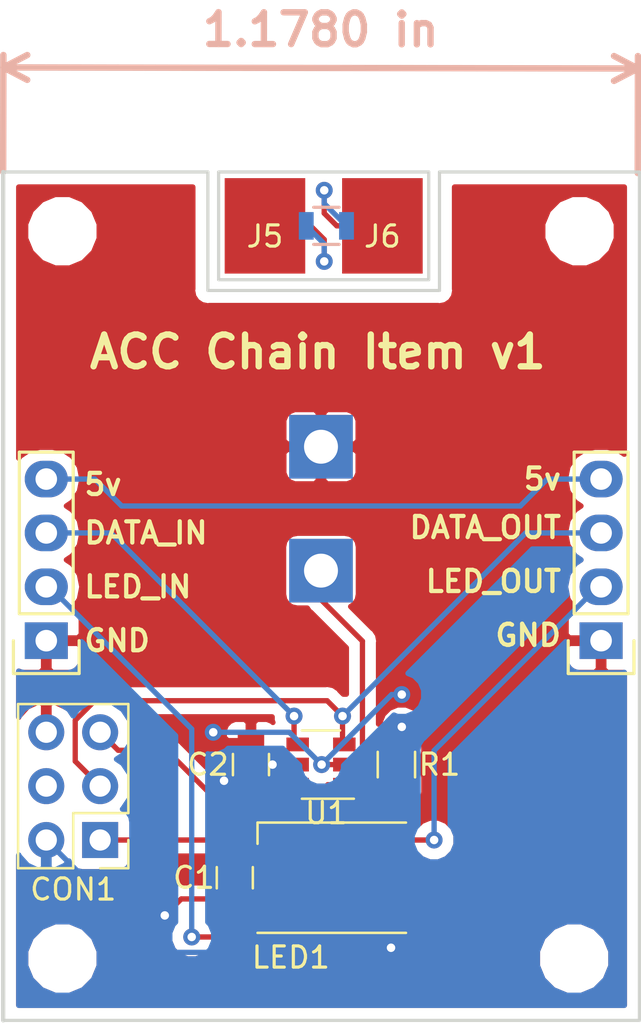
<source format=kicad_pcb>
(kicad_pcb (version 20171130) (host pcbnew "(5.0.0-rc2-dev-603-g5a05135)")

  (general
    (thickness 1.6)
    (drawings 22)
    (tracks 97)
    (zones 0)
    (modules 17)
    (nets 13)
  )

  (page A4)
  (title_block
    (title "Chain Item v1")
    (date 2018-05-01)
    (rev v1)
  )

  (layers
    (0 F.Cu signal hide)
    (31 B.Cu signal)
    (32 B.Adhes user)
    (33 F.Adhes user)
    (34 B.Paste user)
    (35 F.Paste user)
    (36 B.SilkS user)
    (37 F.SilkS user)
    (38 B.Mask user)
    (39 F.Mask user)
    (40 Dwgs.User user)
    (41 Cmts.User user)
    (42 Eco1.User user)
    (43 Eco2.User user)
    (44 Edge.Cuts user)
    (45 Margin user)
    (46 B.CrtYd user)
    (47 F.CrtYd user)
    (48 B.Fab user)
    (49 F.Fab user)
  )

  (setup
    (last_trace_width 0.25)
    (trace_clearance 0.2)
    (zone_clearance 0.508)
    (zone_45_only no)
    (trace_min 0.2)
    (segment_width 0.2)
    (edge_width 0.15)
    (via_size 0.8)
    (via_drill 0.4)
    (via_min_size 0.4)
    (via_min_drill 0.3)
    (uvia_size 0.3)
    (uvia_drill 0.1)
    (uvias_allowed no)
    (uvia_min_size 0.2)
    (uvia_min_drill 0.1)
    (pcb_text_width 0.3)
    (pcb_text_size 1.5 1.5)
    (mod_edge_width 0.15)
    (mod_text_size 1 1)
    (mod_text_width 0.15)
    (pad_size 3 3)
    (pad_drill 0)
    (pad_to_mask_clearance 0.2)
    (aux_axis_origin 0 0)
    (visible_elements FFFFFF7F)
    (pcbplotparams
      (layerselection 0x010f0_ffffffff)
      (usegerberextensions true)
      (usegerberattributes false)
      (usegerberadvancedattributes false)
      (creategerberjobfile false)
      (excludeedgelayer true)
      (linewidth 0.100000)
      (plotframeref false)
      (viasonmask false)
      (mode 1)
      (useauxorigin false)
      (hpglpennumber 1)
      (hpglpenspeed 20)
      (hpglpendiameter 15)
      (psnegative false)
      (psa4output false)
      (plotreference true)
      (plotvalue true)
      (plotinvisibletext false)
      (padsonsilk false)
      (subtractmaskfromsilk false)
      (outputformat 1)
      (mirror false)
      (drillshape 0)
      (scaleselection 1)
      (outputdirectory ./gerber))
  )

  (net 0 "")
  (net 1 +5V)
  (net 2 "Net-(CON1-Pad5)")
  (net 3 DATA_IN)
  (net 4 DATA_OUT)
  (net 5 GND)
  (net 6 "Net-(CON1-Pad1)")
  (net 7 "Net-(CON1-Pad4)")
  (net 8 5V)
  (net 9 LED_IN)
  (net 10 LED_OUT)
  (net 11 "Net-(J5-Pad1)")
  (net 12 "Net-(J6-Pad1)")

  (net_class Default "Ceci est la Netclass par défaut."
    (clearance 0.2)
    (trace_width 0.25)
    (via_dia 0.8)
    (via_drill 0.4)
    (uvia_dia 0.3)
    (uvia_drill 0.1)
    (add_net +5V)
    (add_net 5V)
    (add_net DATA_IN)
    (add_net DATA_OUT)
    (add_net GND)
    (add_net LED_IN)
    (add_net LED_OUT)
    (add_net "Net-(CON1-Pad1)")
    (add_net "Net-(CON1-Pad4)")
    (add_net "Net-(CON1-Pad5)")
    (add_net "Net-(J5-Pad1)")
    (add_net "Net-(J6-Pad1)")
  )

  (module chain-item:pad_resistor (layer F.Cu) (tedit 5AE830CE) (tstamp 5B06896E)
    (at 76.3016 106.68)
    (path /5AE8EA5A)
    (fp_text reference J6 (at 0 0.5) (layer F.SilkS)
      (effects (font (size 1 1) (thickness 0.15)))
    )
    (fp_text value R_PAD2 (at -0.1524 4.4704) (layer F.Fab) hide
      (effects (font (size 1 1) (thickness 0.15)))
    )
    (pad 1 smd rect (at 0 0) (size 3.8 4.5) (layers F.Cu F.Paste F.Mask)
      (net 12 "Net-(J6-Pad1)"))
  )

  (module chain-item:pad_resistor (layer F.Cu) (tedit 5AE830C4) (tstamp 5B06896A)
    (at 70.7644 106.68)
    (path /5AE8E9B3)
    (fp_text reference J5 (at 0 0.5) (layer F.SilkS)
      (effects (font (size 1 1) (thickness 0.15)))
    )
    (fp_text value R_PAD1 (at 0.9144 -3.9624) (layer F.Fab) hide
      (effects (font (size 1 1) (thickness 0.15)))
    )
    (pad 1 smd rect (at 0 0) (size 3.8 4.5) (layers F.Cu F.Paste F.Mask)
      (net 11 "Net-(J5-Pad1)"))
  )

  (module Pin_Headers:Pin_Header_Straight_2x03_Pitch2.54mm (layer F.Cu) (tedit 5AE8310E) (tstamp 5B0689F5)
    (at 62.992 135.636 180)
    (descr "Through hole straight pin header, 2x03, 2.54mm pitch, double rows")
    (tags "Through hole pin header THT 2x03 2.54mm double row")
    (path /5AE0F7B8)
    (fp_text reference CON1 (at 1.27 -2.33 180) (layer F.SilkS)
      (effects (font (size 1 1) (thickness 0.15)))
    )
    (fp_text value AVR-ISP-6 (at 1.27 7.41 180) (layer F.Fab) hide
      (effects (font (size 1 1) (thickness 0.15)))
    )
    (fp_line (start 0 -1.27) (end 3.81 -1.27) (layer F.Fab) (width 0.1))
    (fp_line (start 3.81 -1.27) (end 3.81 6.35) (layer F.Fab) (width 0.1))
    (fp_line (start 3.81 6.35) (end -1.27 6.35) (layer F.Fab) (width 0.1))
    (fp_line (start -1.27 6.35) (end -1.27 0) (layer F.Fab) (width 0.1))
    (fp_line (start -1.27 0) (end 0 -1.27) (layer F.Fab) (width 0.1))
    (fp_line (start -1.33 6.41) (end 3.87 6.41) (layer F.SilkS) (width 0.12))
    (fp_line (start -1.33 1.27) (end -1.33 6.41) (layer F.SilkS) (width 0.12))
    (fp_line (start 3.87 -1.33) (end 3.87 6.41) (layer F.SilkS) (width 0.12))
    (fp_line (start -1.33 1.27) (end 1.27 1.27) (layer F.SilkS) (width 0.12))
    (fp_line (start 1.27 1.27) (end 1.27 -1.33) (layer F.SilkS) (width 0.12))
    (fp_line (start 1.27 -1.33) (end 3.87 -1.33) (layer F.SilkS) (width 0.12))
    (fp_line (start -1.33 0) (end -1.33 -1.33) (layer F.SilkS) (width 0.12))
    (fp_line (start -1.33 -1.33) (end 0 -1.33) (layer F.SilkS) (width 0.12))
    (fp_line (start -1.8 -1.8) (end -1.8 6.85) (layer F.CrtYd) (width 0.05))
    (fp_line (start -1.8 6.85) (end 4.35 6.85) (layer F.CrtYd) (width 0.05))
    (fp_line (start 4.35 6.85) (end 4.35 -1.8) (layer F.CrtYd) (width 0.05))
    (fp_line (start 4.35 -1.8) (end -1.8 -1.8) (layer F.CrtYd) (width 0.05))
    (fp_text user %R (at 1.27 2.54 270) (layer F.Fab) hide
      (effects (font (size 1 1) (thickness 0.15)))
    )
    (pad 1 thru_hole rect (at 0 0 180) (size 1.7 1.7) (drill 1) (layers *.Cu *.Mask)
      (net 6 "Net-(CON1-Pad1)"))
    (pad 2 thru_hole oval (at 2.54 0 180) (size 1.7 1.7) (drill 1) (layers *.Cu *.Mask)
      (net 1 +5V))
    (pad 3 thru_hole oval (at 0 2.54 180) (size 1.7 1.7) (drill 1) (layers *.Cu *.Mask)
      (net 4 DATA_OUT))
    (pad 4 thru_hole oval (at 2.54 2.54 180) (size 1.7 1.7) (drill 1) (layers *.Cu *.Mask)
      (net 7 "Net-(CON1-Pad4)"))
    (pad 5 thru_hole oval (at 0 5.08 180) (size 1.7 1.7) (drill 1) (layers *.Cu *.Mask)
      (net 2 "Net-(CON1-Pad5)"))
    (pad 6 thru_hole oval (at 2.54 5.08 180) (size 1.7 1.7) (drill 1) (layers *.Cu *.Mask)
      (net 5 GND))
    (model ${KISYS3DMOD}/Pin_Headers.3dshapes/Pin_Header_Straight_2x03_Pitch2.54mm.wrl
      (at (xyz 0 0 0))
      (scale (xyz 1 1 1))
      (rotate (xyz 0 0 0))
    )
  )

  (module chain-item:pogopin (layer F.Cu) (tedit 5AE830EE) (tstamp 5B12B462)
    (at 73.406 122.936)
    (path /5AE8BB9A)
    (fp_text reference J2 (at 0 2.413) (layer F.SilkS) hide
      (effects (font (size 1 1) (thickness 0.15)))
    )
    (fp_text value R_PAD1 (at 0 -2.413) (layer F.Fab) hide
      (effects (font (size 1 1) (thickness 0.15)))
    )
    (pad 1 thru_hole rect (at 0 0) (size 3 3) (drill 1.6) (layers *.Cu *.Mask)
      (net 6 "Net-(CON1-Pad1)"))
  )

  (module chain-item:pogopin (layer F.Cu) (tedit 5AE830E5) (tstamp 5B00C225)
    (at 73.406 117.094)
    (path /5AE8BD04)
    (fp_text reference J3 (at 0 2.413) (layer F.SilkS) hide
      (effects (font (size 1 1) (thickness 0.15)))
    )
    (fp_text value R_PAD2 (at 0 -2.413) (layer F.Fab) hide
      (effects (font (size 1 1) (thickness 0.15)))
    )
    (pad 1 thru_hole rect (at 0 0) (size 3 3) (drill 1.6) (layers *.Cu *.Mask)
      (net 5 GND))
  )

  (module Resistors_SMD:R_0805 (layer B.Cu) (tedit 5AE63C99) (tstamp 5B12B3F9)
    (at 73.66 106.68)
    (descr "Resistor SMD 0805, reflow soldering, Vishay (see dcrcw.pdf)")
    (tags "resistor 0805")
    (path /5AE8EBCD)
    (attr smd)
    (fp_text reference R2 (at 0 1.778) (layer B.SilkS) hide
      (effects (font (size 1 1) (thickness 0.15)) (justify mirror))
    )
    (fp_text value R (at 0 -1.778) (layer B.Fab) hide
      (effects (font (size 1 1) (thickness 0.15)) (justify mirror))
    )
    (fp_line (start -1 -0.625) (end -1 0.625) (layer B.Fab) (width 0.1))
    (fp_line (start 1 -0.625) (end -1 -0.625) (layer B.Fab) (width 0.1))
    (fp_line (start 1 0.625) (end 1 -0.625) (layer B.Fab) (width 0.1))
    (fp_line (start -1 0.625) (end 1 0.625) (layer B.Fab) (width 0.1))
    (fp_line (start -1.6 1) (end 1.6 1) (layer B.CrtYd) (width 0.05))
    (fp_line (start -1.6 -1) (end 1.6 -1) (layer B.CrtYd) (width 0.05))
    (fp_line (start -1.6 1) (end -1.6 -1) (layer B.CrtYd) (width 0.05))
    (fp_line (start 1.6 1) (end 1.6 -1) (layer B.CrtYd) (width 0.05))
    (fp_line (start 0.6 -0.875) (end -0.6 -0.875) (layer B.SilkS) (width 0.15))
    (fp_line (start -0.6 0.875) (end 0.6 0.875) (layer B.SilkS) (width 0.15))
    (pad 1 smd rect (at -0.95 0) (size 0.7 1.3) (layers B.Cu B.Paste B.Mask)
      (net 11 "Net-(J5-Pad1)"))
    (pad 2 smd rect (at 0.95 0) (size 0.7 1.3) (layers B.Cu B.Paste B.Mask)
      (net 12 "Net-(J6-Pad1)"))
    (model Resistors_SMD.3dshapes/R_0805.wrl
      (at (xyz 0 0 0))
      (scale (xyz 1 1 1))
      (rotate (xyz 0 0 0))
    )
  )

  (module Mounting_Holes:MountingHole_2.2mm_M2 (layer F.Cu) (tedit 5AE63F72) (tstamp 5B00C2BD)
    (at 61.214 141.224)
    (descr "Mounting Hole 2.2mm, no annular, M2")
    (tags "mounting hole 2.2mm no annular m2")
    (path /5AE60BD9)
    (fp_text reference MK14 (at 0 -3.2) (layer F.SilkS) hide
      (effects (font (size 1 1) (thickness 0.15)))
    )
    (fp_text value Mounting_Hole (at 0 3.2) (layer F.Fab) hide
      (effects (font (size 1 1) (thickness 0.15)))
    )
    (fp_circle (center 0 0) (end 2.45 0) (layer F.CrtYd) (width 0.05))
    (fp_circle (center 0 0) (end 2.2 0) (layer Cmts.User) (width 0.15))
    (pad 1 np_thru_hole circle (at 0 0) (size 2.2 2.2) (drill 2.2) (layers *.Cu *.Mask))
  )

  (module Mounting_Holes:MountingHole_2.2mm_M2 (layer F.Cu) (tedit 5AE63CA7) (tstamp 5B00C2B6)
    (at 61.214 106.934)
    (descr "Mounting Hole 2.2mm, no annular, M2")
    (tags "mounting hole 2.2mm no annular m2")
    (path /5AE60D43)
    (fp_text reference MK13 (at 0 -3.2) (layer F.SilkS) hide
      (effects (font (size 1 1) (thickness 0.15)))
    )
    (fp_text value Mounting_Hole (at 0 3.2) (layer F.Fab) hide
      (effects (font (size 1 1) (thickness 0.15)))
    )
    (fp_circle (center 0 0) (end 2.2 0) (layer Cmts.User) (width 0.15))
    (fp_circle (center 0 0) (end 2.45 0) (layer F.CrtYd) (width 0.05))
    (pad 1 np_thru_hole circle (at 0 0) (size 2.2 2.2) (drill 2.2) (layers *.Cu *.Mask))
  )

  (module Mounting_Holes:MountingHole_2.2mm_M2 (layer F.Cu) (tedit 5AE63F78) (tstamp 5B00C2AF)
    (at 85.344 141.224)
    (descr "Mounting Hole 2.2mm, no annular, M2")
    (tags "mounting hole 2.2mm no annular m2")
    (path /5AE60C5E)
    (fp_text reference MK12 (at 0 -3.2) (layer F.SilkS) hide
      (effects (font (size 1 1) (thickness 0.15)))
    )
    (fp_text value Mounting_Hole (at 0 3.2) (layer F.Fab) hide
      (effects (font (size 1 1) (thickness 0.15)))
    )
    (fp_circle (center 0 0) (end 2.45 0) (layer F.CrtYd) (width 0.05))
    (fp_circle (center 0 0) (end 2.2 0) (layer Cmts.User) (width 0.15))
    (pad 1 np_thru_hole circle (at 0 0) (size 2.2 2.2) (drill 2.2) (layers *.Cu *.Mask))
  )

  (module Mounting_Holes:MountingHole_2.2mm_M2 (layer F.Cu) (tedit 5AE63CAF) (tstamp 5B00C2A8)
    (at 85.598 106.934)
    (descr "Mounting Hole 2.2mm, no annular, M2")
    (tags "mounting hole 2.2mm no annular m2")
    (path /5AE60CDA)
    (fp_text reference MK11 (at 0 -3.2) (layer F.SilkS) hide
      (effects (font (size 1 1) (thickness 0.15)))
    )
    (fp_text value Mounting_Hole (at 0 3.2) (layer F.Fab) hide
      (effects (font (size 1 1) (thickness 0.15)))
    )
    (fp_circle (center 0 0) (end 2.2 0) (layer Cmts.User) (width 0.15))
    (fp_circle (center 0 0) (end 2.45 0) (layer F.CrtYd) (width 0.05))
    (pad 1 np_thru_hole circle (at 0 0) (size 2.2 2.2) (drill 2.2) (layers *.Cu *.Mask))
  )

  (module Pin_Headers:Pin_Header_Straight_1x04 (layer F.Cu) (tedit 5AE63F63) (tstamp 5B00C2A1)
    (at 86.614 126.238 180)
    (descr "Through hole pin header")
    (tags "pin header")
    (path /5AE62BE9)
    (fp_text reference J4 (at 0 -5.1 180) (layer F.SilkS) hide
      (effects (font (size 1 1) (thickness 0.15)))
    )
    (fp_text value Conn_01x04 (at 0 -3.1 180) (layer F.Fab) hide
      (effects (font (size 1 1) (thickness 0.15)))
    )
    (fp_line (start -1.55 -1.55) (end 1.55 -1.55) (layer F.SilkS) (width 0.15))
    (fp_line (start -1.55 0) (end -1.55 -1.55) (layer F.SilkS) (width 0.15))
    (fp_line (start 1.27 1.27) (end -1.27 1.27) (layer F.SilkS) (width 0.15))
    (fp_line (start -1.27 8.89) (end 1.27 8.89) (layer F.SilkS) (width 0.15))
    (fp_line (start 1.55 -1.55) (end 1.55 0) (layer F.SilkS) (width 0.15))
    (fp_line (start 1.27 1.27) (end 1.27 8.89) (layer F.SilkS) (width 0.15))
    (fp_line (start -1.27 1.27) (end -1.27 8.89) (layer F.SilkS) (width 0.15))
    (fp_line (start -1.75 9.4) (end 1.75 9.4) (layer F.CrtYd) (width 0.05))
    (fp_line (start -1.75 -1.75) (end 1.75 -1.75) (layer F.CrtYd) (width 0.05))
    (fp_line (start 1.75 -1.75) (end 1.75 9.4) (layer F.CrtYd) (width 0.05))
    (fp_line (start -1.75 -1.75) (end -1.75 9.4) (layer F.CrtYd) (width 0.05))
    (pad 4 thru_hole oval (at 0 7.62 180) (size 2.032 1.7272) (drill 1.016) (layers *.Cu *.Mask)
      (net 8 5V))
    (pad 3 thru_hole oval (at 0 5.08 180) (size 2.032 1.7272) (drill 1.016) (layers *.Cu *.Mask)
      (net 4 DATA_OUT))
    (pad 2 thru_hole oval (at 0 2.54 180) (size 2.032 1.7272) (drill 1.016) (layers *.Cu *.Mask)
      (net 10 LED_OUT))
    (pad 1 thru_hole rect (at 0 0 180) (size 2.032 1.7272) (drill 1.016) (layers *.Cu *.Mask)
      (net 5 GND))
    (model Pin_Headers.3dshapes/Pin_Header_Straight_1x04.wrl
      (offset (xyz 0 -3.809999942779541 0))
      (scale (xyz 1 1 1))
      (rotate (xyz 0 0 90))
    )
  )

  (module Pin_Headers:Pin_Header_Straight_1x04 (layer F.Cu) (tedit 5AE63F56) (tstamp 5B00C28E)
    (at 60.452 126.238 180)
    (descr "Through hole pin header")
    (tags "pin header")
    (path /5AE62CF3)
    (fp_text reference J1 (at 0 -5.1 180) (layer F.SilkS) hide
      (effects (font (size 1 1) (thickness 0.15)))
    )
    (fp_text value Conn_01x04 (at 0 -3.1 180) (layer F.Fab) hide
      (effects (font (size 1 1) (thickness 0.15)))
    )
    (fp_line (start -1.75 -1.75) (end -1.75 9.4) (layer F.CrtYd) (width 0.05))
    (fp_line (start 1.75 -1.75) (end 1.75 9.4) (layer F.CrtYd) (width 0.05))
    (fp_line (start -1.75 -1.75) (end 1.75 -1.75) (layer F.CrtYd) (width 0.05))
    (fp_line (start -1.75 9.4) (end 1.75 9.4) (layer F.CrtYd) (width 0.05))
    (fp_line (start -1.27 1.27) (end -1.27 8.89) (layer F.SilkS) (width 0.15))
    (fp_line (start 1.27 1.27) (end 1.27 8.89) (layer F.SilkS) (width 0.15))
    (fp_line (start 1.55 -1.55) (end 1.55 0) (layer F.SilkS) (width 0.15))
    (fp_line (start -1.27 8.89) (end 1.27 8.89) (layer F.SilkS) (width 0.15))
    (fp_line (start 1.27 1.27) (end -1.27 1.27) (layer F.SilkS) (width 0.15))
    (fp_line (start -1.55 0) (end -1.55 -1.55) (layer F.SilkS) (width 0.15))
    (fp_line (start -1.55 -1.55) (end 1.55 -1.55) (layer F.SilkS) (width 0.15))
    (pad 1 thru_hole rect (at 0 0 180) (size 2.032 1.7272) (drill 1.016) (layers *.Cu *.Mask)
      (net 5 GND))
    (pad 2 thru_hole oval (at 0 2.54 180) (size 2.032 1.7272) (drill 1.016) (layers *.Cu *.Mask)
      (net 9 LED_IN))
    (pad 3 thru_hole oval (at 0 5.08 180) (size 2.032 1.7272) (drill 1.016) (layers *.Cu *.Mask)
      (net 3 DATA_IN))
    (pad 4 thru_hole oval (at 0 7.62 180) (size 2.032 1.7272) (drill 1.016) (layers *.Cu *.Mask)
      (net 8 5V))
    (model Pin_Headers.3dshapes/Pin_Header_Straight_1x04.wrl
      (offset (xyz 0 -3.809999942779541 0))
      (scale (xyz 1 1 1))
      (rotate (xyz 0 0 90))
    )
  )

  (module Capacitors_SMD:C_0805 (layer F.Cu) (tedit 5AE63FBF) (tstamp 5AF26ED5)
    (at 70.104 132.08 90)
    (descr "Capacitor SMD 0805, reflow soldering, AVX (see smccp.pdf)")
    (tags "capacitor 0805")
    (path /5AE1D859)
    (attr smd)
    (fp_text reference C2 (at 0 -2.032 180) (layer F.SilkS)
      (effects (font (size 1 1) (thickness 0.15)))
    )
    (fp_text value C_Small (at 0 1.75 90) (layer F.Fab) hide
      (effects (font (size 1 1) (thickness 0.15)))
    )
    (fp_text user %R (at 0 -1.778 90) (layer F.Fab) hide
      (effects (font (size 1 1) (thickness 0.15)))
    )
    (fp_line (start -1 0.62) (end -1 -0.62) (layer F.Fab) (width 0.1))
    (fp_line (start 1 0.62) (end -1 0.62) (layer F.Fab) (width 0.1))
    (fp_line (start 1 -0.62) (end 1 0.62) (layer F.Fab) (width 0.1))
    (fp_line (start -1 -0.62) (end 1 -0.62) (layer F.Fab) (width 0.1))
    (fp_line (start 0.5 -0.85) (end -0.5 -0.85) (layer F.SilkS) (width 0.12))
    (fp_line (start -0.5 0.85) (end 0.5 0.85) (layer F.SilkS) (width 0.12))
    (fp_line (start -1.75 -0.88) (end 1.75 -0.88) (layer F.CrtYd) (width 0.05))
    (fp_line (start -1.75 -0.88) (end -1.75 0.87) (layer F.CrtYd) (width 0.05))
    (fp_line (start 1.75 0.87) (end 1.75 -0.88) (layer F.CrtYd) (width 0.05))
    (fp_line (start 1.75 0.87) (end -1.75 0.87) (layer F.CrtYd) (width 0.05))
    (pad 1 smd rect (at -1 0 90) (size 1 1.25) (layers F.Cu F.Paste F.Mask)
      (net 1 +5V))
    (pad 2 smd rect (at 1 0 90) (size 1 1.25) (layers F.Cu F.Paste F.Mask)
      (net 5 GND))
    (model Capacitors_SMD.3dshapes/C_0805.wrl
      (at (xyz 0 0 0))
      (scale (xyz 1 1 1))
      (rotate (xyz 0 0 0))
    )
  )

  (module Capacitors_SMD:C_0805 (layer F.Cu) (tedit 5AE63FC4) (tstamp 5AF26EC4)
    (at 69.342 137.414 90)
    (descr "Capacitor SMD 0805, reflow soldering, AVX (see smccp.pdf)")
    (tags "capacitor 0805")
    (path /5AE0F25A)
    (attr smd)
    (fp_text reference C1 (at 0 -1.9304 180) (layer F.SilkS)
      (effects (font (size 1 1) (thickness 0.15)))
    )
    (fp_text value C_Small (at 0 1.75 90) (layer F.Fab) hide
      (effects (font (size 1 1) (thickness 0.15)))
    )
    (fp_line (start 1.75 0.87) (end -1.75 0.87) (layer F.CrtYd) (width 0.05))
    (fp_line (start 1.75 0.87) (end 1.75 -0.88) (layer F.CrtYd) (width 0.05))
    (fp_line (start -1.75 -0.88) (end -1.75 0.87) (layer F.CrtYd) (width 0.05))
    (fp_line (start -1.75 -0.88) (end 1.75 -0.88) (layer F.CrtYd) (width 0.05))
    (fp_line (start -0.5 0.85) (end 0.5 0.85) (layer F.SilkS) (width 0.12))
    (fp_line (start 0.5 -0.85) (end -0.5 -0.85) (layer F.SilkS) (width 0.12))
    (fp_line (start -1 -0.62) (end 1 -0.62) (layer F.Fab) (width 0.1))
    (fp_line (start 1 -0.62) (end 1 0.62) (layer F.Fab) (width 0.1))
    (fp_line (start 1 0.62) (end -1 0.62) (layer F.Fab) (width 0.1))
    (fp_line (start -1 0.62) (end -1 -0.62) (layer F.Fab) (width 0.1))
    (fp_text user %R (at 0 -1.5 90) (layer F.Fab) hide
      (effects (font (size 1 1) (thickness 0.15)))
    )
    (pad 2 smd rect (at 1 0 90) (size 1 1.25) (layers F.Cu F.Paste F.Mask)
      (net 5 GND))
    (pad 1 smd rect (at -1 0 90) (size 1 1.25) (layers F.Cu F.Paste F.Mask)
      (net 1 +5V))
    (model Capacitors_SMD.3dshapes/C_0805.wrl
      (at (xyz 0 0 0))
      (scale (xyz 1 1 1))
      (rotate (xyz 0 0 0))
    )
  )

  (module LEDs:LED_WS2812B-PLCC4 (layer F.Cu) (tedit 5AE63EE3) (tstamp 5B00C524)
    (at 73.914 137.414 180)
    (descr http://www.world-semi.com/uploads/soft/150522/1-150522091P5.pdf)
    (tags "LED NeoPixel")
    (path /5ACBE465)
    (attr smd)
    (fp_text reference LED1 (at 1.9304 -3.7592 180) (layer F.SilkS)
      (effects (font (size 1 1) (thickness 0.15)))
    )
    (fp_text value WS2812B (at 0 4 180) (layer F.Fab) hide
      (effects (font (size 1 1) (thickness 0.15)))
    )
    (fp_circle (center 0 0) (end 0 -2) (layer F.Fab) (width 0.1))
    (fp_line (start 3.5 2.6) (end 3.5 1.6) (layer F.SilkS) (width 0.12))
    (fp_line (start -3.5 2.6) (end 3.5 2.6) (layer F.SilkS) (width 0.12))
    (fp_line (start -3.5 -2.6) (end 3.5 -2.6) (layer F.SilkS) (width 0.12))
    (fp_line (start 2.5 -2.5) (end -2.5 -2.5) (layer F.Fab) (width 0.1))
    (fp_line (start 2.5 2.5) (end 2.5 -2.5) (layer F.Fab) (width 0.1))
    (fp_line (start -2.5 2.5) (end 2.5 2.5) (layer F.Fab) (width 0.1))
    (fp_line (start -2.5 -2.5) (end -2.5 2.5) (layer F.Fab) (width 0.1))
    (fp_line (start 2.5 1.5) (end 1.5 2.5) (layer F.Fab) (width 0.1))
    (fp_line (start -3.75 -2.85) (end -3.75 2.85) (layer F.CrtYd) (width 0.05))
    (fp_line (start -3.75 2.85) (end 3.75 2.85) (layer F.CrtYd) (width 0.05))
    (fp_line (start 3.75 2.85) (end 3.75 -2.85) (layer F.CrtYd) (width 0.05))
    (fp_line (start 3.75 -2.85) (end -3.75 -2.85) (layer F.CrtYd) (width 0.05))
    (pad 1 smd rect (at -2.5 -1.6 180) (size 1.6 1) (layers F.Cu F.Paste F.Mask)
      (net 1 +5V))
    (pad 2 smd rect (at -2.5 1.6 180) (size 1.6 1) (layers F.Cu F.Paste F.Mask)
      (net 10 LED_OUT))
    (pad 4 smd rect (at 2.5 -1.6 180) (size 1.6 1) (layers F.Cu F.Paste F.Mask)
      (net 9 LED_IN))
    (pad 3 smd rect (at 2.5 1.6 180) (size 1.6 1) (layers F.Cu F.Paste F.Mask)
      (net 5 GND))
    (model ${KISYS3DMOD}/LEDs.3dshapes/LED_WS2812B-PLCC4.wrl
      (at (xyz 0 0 0))
      (scale (xyz 0.39 0.39 0.39))
      (rotate (xyz 0 0 180))
    )
  )

  (module Resistors_SMD:R_0805 locked (layer F.Cu) (tedit 5AE63FCE) (tstamp 5AEDBA65)
    (at 76.962 132.08 270)
    (descr "Resistor SMD 0805, reflow soldering, Vishay (see dcrcw.pdf)")
    (tags "resistor 0805")
    (path /5AE11A06)
    (attr smd)
    (fp_text reference R1 (at 0 -2.032) (layer F.SilkS)
      (effects (font (size 1 1) (thickness 0.15)))
    )
    (fp_text value R (at 0 1.75 270) (layer F.Fab) hide
      (effects (font (size 1 1) (thickness 0.15)))
    )
    (fp_line (start 1.55 0.9) (end -1.55 0.9) (layer F.CrtYd) (width 0.05))
    (fp_line (start 1.55 0.9) (end 1.55 -0.9) (layer F.CrtYd) (width 0.05))
    (fp_line (start -1.55 -0.9) (end -1.55 0.9) (layer F.CrtYd) (width 0.05))
    (fp_line (start -1.55 -0.9) (end 1.55 -0.9) (layer F.CrtYd) (width 0.05))
    (fp_line (start -0.6 -0.88) (end 0.6 -0.88) (layer F.SilkS) (width 0.12))
    (fp_line (start 0.6 0.88) (end -0.6 0.88) (layer F.SilkS) (width 0.12))
    (fp_line (start -1 -0.62) (end 1 -0.62) (layer F.Fab) (width 0.1))
    (fp_line (start 1 -0.62) (end 1 0.62) (layer F.Fab) (width 0.1))
    (fp_line (start 1 0.62) (end -1 0.62) (layer F.Fab) (width 0.1))
    (fp_line (start -1 0.62) (end -1 -0.62) (layer F.Fab) (width 0.1))
    (fp_text user %R (at 0 0 270) (layer F.Fab) hide
      (effects (font (size 0.5 0.5) (thickness 0.075)))
    )
    (pad 2 smd rect (at 0.95 0 270) (size 0.7 1.3) (layers F.Cu F.Paste F.Mask)
      (net 6 "Net-(CON1-Pad1)"))
    (pad 1 smd rect (at -0.95 0 270) (size 0.7 1.3) (layers F.Cu F.Paste F.Mask)
      (net 1 +5V))
    (model ${KISYS3DMOD}/Resistors_SMD.3dshapes/R_0805.wrl
      (at (xyz 0 0 0))
      (scale (xyz 1 1 1))
      (rotate (xyz 0 0 0))
    )
  )

  (module TO_SOT_Packages_SMD:SOT-23-6 (layer F.Cu) (tedit 5AE63FC9) (tstamp 5B00C6C1)
    (at 73.406 132.08 180)
    (descr "6-pin SOT-23 package")
    (tags SOT-23-6)
    (path /5ACBE52F)
    (attr smd)
    (fp_text reference U1 (at -0.254 -2.286 180) (layer F.SilkS)
      (effects (font (size 1 1) (thickness 0.15)))
    )
    (fp_text value ATTINY10-TS (at 0 2.9 180) (layer F.Fab) hide
      (effects (font (size 1 1) (thickness 0.15)))
    )
    (fp_line (start 0.9 -1.55) (end 0.9 1.55) (layer F.Fab) (width 0.1))
    (fp_line (start 0.9 1.55) (end -0.9 1.55) (layer F.Fab) (width 0.1))
    (fp_line (start -0.9 -0.9) (end -0.9 1.55) (layer F.Fab) (width 0.1))
    (fp_line (start 0.9 -1.55) (end -0.25 -1.55) (layer F.Fab) (width 0.1))
    (fp_line (start -0.9 -0.9) (end -0.25 -1.55) (layer F.Fab) (width 0.1))
    (fp_line (start -1.9 -1.8) (end -1.9 1.8) (layer F.CrtYd) (width 0.05))
    (fp_line (start -1.9 1.8) (end 1.9 1.8) (layer F.CrtYd) (width 0.05))
    (fp_line (start 1.9 1.8) (end 1.9 -1.8) (layer F.CrtYd) (width 0.05))
    (fp_line (start 1.9 -1.8) (end -1.9 -1.8) (layer F.CrtYd) (width 0.05))
    (fp_line (start 0.9 -1.61) (end -1.55 -1.61) (layer F.SilkS) (width 0.12))
    (fp_line (start -0.9 1.61) (end 0.9 1.61) (layer F.SilkS) (width 0.12))
    (fp_text user %R (at 0 0 270) (layer F.Fab) hide
      (effects (font (size 0.5 0.5) (thickness 0.075)))
    )
    (pad 5 smd rect (at 1.1 0 180) (size 1.06 0.65) (layers F.Cu F.Paste F.Mask)
      (net 1 +5V))
    (pad 6 smd rect (at 1.1 -0.95 180) (size 1.06 0.65) (layers F.Cu F.Paste F.Mask)
      (net 2 "Net-(CON1-Pad5)"))
    (pad 4 smd rect (at 1.1 0.95 180) (size 1.06 0.65) (layers F.Cu F.Paste F.Mask)
      (net 3 DATA_IN))
    (pad 3 smd rect (at -1.1 0.95 180) (size 1.06 0.65) (layers F.Cu F.Paste F.Mask)
      (net 4 DATA_OUT))
    (pad 2 smd rect (at -1.1 0 180) (size 1.06 0.65) (layers F.Cu F.Paste F.Mask)
      (net 5 GND))
    (pad 1 smd rect (at -1.1 -0.95 180) (size 1.06 0.65) (layers F.Cu F.Paste F.Mask)
      (net 6 "Net-(CON1-Pad1)"))
    (model ${KISYS3DMOD}/TO_SOT_Packages_SMD.3dshapes/SOT-23-6.wrl
      (at (xyz 0 0 0))
      (scale (xyz 1 1 1))
      (rotate (xyz 0 0 0))
    )
  )

  (dimension 29.921243 (width 0.3) (layer B.SilkS)
    (gr_text "29,921 mm" (at 73.392535 97.135575 359.9027237) (layer B.SilkS)
      (effects (font (size 1.5 1.5) (thickness 0.3)))
    )
    (feature1 (pts (xy 88.3412 104.1908) (xy 88.350565 98.674552)))
    (feature2 (pts (xy 58.42 104.14) (xy 58.429365 98.623752)))
    (crossbar (pts (xy 58.42837 99.210172) (xy 88.34957 99.260972)))
    (arrow1a (pts (xy 88.34957 99.260972) (xy 87.222072 99.845479)))
    (arrow1b (pts (xy 88.34957 99.260972) (xy 87.224063 98.67264)))
    (arrow2a (pts (xy 58.42837 99.210172) (xy 59.553877 99.798504)))
    (arrow2b (pts (xy 58.42837 99.210172) (xy 59.555868 98.625665)))
  )
  (gr_text "ACC Chain Item v1" (at 73.2536 112.6236) (layer F.SilkS)
    (effects (font (size 1.5 1.5) (thickness 0.3)))
  )
  (gr_text "GND\n" (at 83.176762 125.984) (layer F.SilkS) (tstamp 5B12BB37)
    (effects (font (size 1 1) (thickness 0.2)))
  )
  (gr_text LED_OUT (at 81.533905 123.444) (layer F.SilkS) (tstamp 5B12BB36)
    (effects (font (size 1 1) (thickness 0.2)))
  )
  (gr_text DATA_OUT (at 81.152953 120.904) (layer F.SilkS) (tstamp 5B12BB35)
    (effects (font (size 1 1) (thickness 0.2)))
  )
  (gr_text 5v (at 83.843429 118.618) (layer F.SilkS) (tstamp 5B12BB34)
    (effects (font (size 1 1) (thickness 0.2)))
  )
  (gr_text "GND\n" (at 63.793809 126.238) (layer F.SilkS) (tstamp 5B12BB1B)
    (effects (font (size 1 1) (thickness 0.2)))
  )
  (gr_text LED_IN (at 64.77 123.698) (layer F.SilkS) (tstamp 5B12BB1E)
    (effects (font (size 1 1) (thickness 0.2)))
  )
  (gr_text DATA_IN (at 65.150952 121.158) (layer F.SilkS) (tstamp 5B12BB21)
    (effects (font (size 1 1) (thickness 0.2)))
  )
  (gr_text 5v (at 63.127143 118.872) (layer F.SilkS) (tstamp 5B12BB24)
    (effects (font (size 1 1) (thickness 0.2)))
  )
  (gr_line (start 78.486 104.14) (end 68.58 104.14) (layer Edge.Cuts) (width 0.15))
  (gr_line (start 78.486 109.22) (end 78.486 104.14) (layer Edge.Cuts) (width 0.15))
  (gr_line (start 68.58 109.22) (end 78.486 109.22) (layer Edge.Cuts) (width 0.15))
  (gr_line (start 68.58 104.14) (end 68.58 109.22) (layer Edge.Cuts) (width 0.15))
  (gr_line (start 58.42 104.14) (end 68.072 104.14) (layer Edge.Cuts) (width 0.15))
  (gr_line (start 78.994 104.14) (end 88.392 104.14) (layer Edge.Cuts) (width 0.15))
  (gr_line (start 78.994 109.728) (end 78.994 104.14) (layer Edge.Cuts) (width 0.15))
  (gr_line (start 68.072 109.728) (end 78.994 109.728) (layer Edge.Cuts) (width 0.15))
  (gr_line (start 68.072 104.14) (end 68.072 109.728) (layer Edge.Cuts) (width 0.15))
  (gr_line (start 88.42 144.14) (end 58.42 144.14) (layer Edge.Cuts) (width 0.15))
  (gr_line (start 88.42 104.14) (end 88.42 144.14) (layer Edge.Cuts) (width 0.15))
  (gr_line (start 58.42 104.14) (end 58.42 144.14) (layer Edge.Cuts) (width 0.2))

  (via (at 76.708 140.716) (size 0.8) (drill 0.4) (layers F.Cu B.Cu) (net 1))
  (segment (start 76.490999 140.933001) (end 76.708 140.716) (width 0.25) (layer B.Cu) (net 1))
  (segment (start 65.749001 140.933001) (end 76.490999 140.933001) (width 0.25) (layer B.Cu) (net 1))
  (segment (start 60.452 135.636) (end 65.749001 140.933001) (width 0.25) (layer B.Cu) (net 1) (status 10))
  (segment (start 76.708 139.308) (end 76.414 139.014) (width 0.25) (layer F.Cu) (net 1) (status 30))
  (segment (start 76.708 140.716) (end 76.708 139.308) (width 0.25) (layer F.Cu) (net 1) (status 20))
  (via (at 66.04 139.192) (size 0.8) (drill 0.4) (layers F.Cu B.Cu) (net 1))
  (segment (start 64.008 139.192) (end 66.04 139.192) (width 0.25) (layer B.Cu) (net 1))
  (segment (start 60.452 135.636) (end 64.008 139.192) (width 0.25) (layer B.Cu) (net 1) (status 10))
  (segment (start 66.818 138.414) (end 69.342 138.414) (width 0.25) (layer F.Cu) (net 1) (status 20))
  (segment (start 66.04 139.192) (end 66.818 138.414) (width 0.25) (layer F.Cu) (net 1))
  (via (at 77.216 130.302) (size 0.8) (drill 0.4) (layers F.Cu B.Cu) (net 1))
  (segment (start 76.962 130.556) (end 77.216 130.302) (width 0.25) (layer F.Cu) (net 1))
  (segment (start 76.962 131.13) (end 76.962 130.556) (width 0.25) (layer F.Cu) (net 1) (status 10))
  (segment (start 77.216 130.302) (end 74.422 133.096) (width 0.25) (layer B.Cu) (net 1))
  (via (at 68.834 132.842) (size 0.8) (drill 0.4) (layers F.Cu B.Cu) (net 1))
  (segment (start 69.088 133.096) (end 68.834 132.842) (width 0.25) (layer B.Cu) (net 1))
  (segment (start 74.422 133.096) (end 69.088 133.096) (width 0.25) (layer B.Cu) (net 1))
  (via (at 71.12 132.08) (size 0.8) (drill 0.4) (layers F.Cu B.Cu) (net 1))
  (segment (start 72.306 132.08) (end 71.12 132.08) (width 0.25) (layer F.Cu) (net 1) (status 10))
  (segment (start 69.072 133.08) (end 68.834 132.842) (width 0.25) (layer F.Cu) (net 1))
  (segment (start 70.104 133.08) (end 69.072 133.08) (width 0.25) (layer F.Cu) (net 1) (status 10))
  (segment (start 63.841999 131.405999) (end 66.127999 131.405999) (width 0.25) (layer F.Cu) (net 2) (status 10))
  (segment (start 62.992 130.556) (end 63.841999 131.405999) (width 0.25) (layer F.Cu) (net 2) (status 30))
  (segment (start 72.101 133.03) (end 72.306 133.03) (width 0.25) (layer F.Cu) (net 2) (status 30))
  (segment (start 71.225999 133.905001) (end 72.101 133.03) (width 0.25) (layer F.Cu) (net 2) (status 20))
  (segment (start 68.627001 133.905001) (end 71.225999 133.905001) (width 0.25) (layer F.Cu) (net 2))
  (segment (start 66.127999 131.405999) (end 68.627001 133.905001) (width 0.25) (layer F.Cu) (net 2))
  (segment (start 60.452 121.158) (end 63.5 121.158) (width 0.25) (layer B.Cu) (net 3) (status 10))
  (via (at 72.136 129.794) (size 0.8) (drill 0.4) (layers F.Cu B.Cu) (net 3))
  (segment (start 63.5 121.158) (end 72.136 129.794) (width 0.25) (layer B.Cu) (net 3))
  (segment (start 72.136 130.96) (end 72.306 131.13) (width 0.25) (layer F.Cu) (net 3) (status 30))
  (segment (start 72.136 129.794) (end 72.136 130.96) (width 0.25) (layer F.Cu) (net 3) (status 20))
  (via (at 74.422 129.794) (size 0.8) (drill 0.4) (layers F.Cu B.Cu) (net 4))
  (segment (start 83.058 121.158) (end 74.422 129.794) (width 0.25) (layer B.Cu) (net 4))
  (segment (start 86.614 121.158) (end 83.058 121.158) (width 0.25) (layer B.Cu) (net 4) (status 10))
  (segment (start 74.422 131.046) (end 74.506 131.13) (width 0.25) (layer F.Cu) (net 4) (status 30))
  (segment (start 74.422 129.794) (end 74.422 131.046) (width 0.25) (layer F.Cu) (net 4) (status 20))
  (segment (start 73.696999 129.068999) (end 74.422 129.794) (width 0.25) (layer F.Cu) (net 4))
  (segment (start 62.739999 129.068999) (end 73.696999 129.068999) (width 0.25) (layer F.Cu) (net 4))
  (segment (start 61.816999 129.991999) (end 62.739999 129.068999) (width 0.25) (layer F.Cu) (net 4))
  (segment (start 61.816999 131.920999) (end 61.816999 129.991999) (width 0.25) (layer F.Cu) (net 4))
  (segment (start 62.992 133.096) (end 61.816999 131.920999) (width 0.25) (layer F.Cu) (net 4) (status 10))
  (segment (start 70.814 136.414) (end 71.414 135.814) (width 0.25) (layer F.Cu) (net 5) (status 20))
  (segment (start 69.342 136.414) (end 70.814 136.414) (width 0.25) (layer F.Cu) (net 5) (status 10))
  (segment (start 60.452 126.238) (end 60.452 130.556) (width 0.25) (layer F.Cu) (net 5) (status 30))
  (via (at 73.436002 132.08) (size 0.8) (drill 0.4) (layers F.Cu B.Cu) (net 5))
  (segment (start 74.506 132.08) (end 73.436002 132.08) (width 0.25) (layer F.Cu) (net 5) (status 10))
  (via (at 68.326 130.556) (size 0.8) (drill 0.4) (layers F.Cu B.Cu) (net 5))
  (segment (start 71.912002 130.556) (end 68.326 130.556) (width 0.25) (layer B.Cu) (net 5))
  (segment (start 73.436002 132.08) (end 71.912002 130.556) (width 0.25) (layer B.Cu) (net 5))
  (via (at 77.216 128.778) (size 0.8) (drill 0.4) (layers F.Cu B.Cu) (net 5))
  (segment (start 76.738002 128.778) (end 77.216 128.778) (width 0.25) (layer B.Cu) (net 5))
  (segment (start 73.436002 132.08) (end 76.738002 128.778) (width 0.25) (layer B.Cu) (net 5))
  (segment (start 73.726 133.03) (end 74.506 133.03) (width 0.25) (layer F.Cu) (net 6) (status 20))
  (segment (start 68.409998 135.636) (end 69.690987 134.355011) (width 0.25) (layer F.Cu) (net 6))
  (segment (start 72.400989 134.355011) (end 73.726 133.03) (width 0.25) (layer F.Cu) (net 6))
  (segment (start 69.690987 134.355011) (end 72.400989 134.355011) (width 0.25) (layer F.Cu) (net 6))
  (segment (start 62.992 135.636) (end 68.409998 135.636) (width 0.25) (layer F.Cu) (net 6) (status 10))
  (segment (start 74.506 133.03) (end 76.962 133.03) (width 0.25) (layer F.Cu) (net 6) (status 30))
  (segment (start 75.286 133.03) (end 74.506 133.03) (width 0.25) (layer F.Cu) (net 6) (status 20))
  (segment (start 75.361001 132.954999) (end 75.286 133.03) (width 0.25) (layer F.Cu) (net 6))
  (segment (start 75.361001 126.258601) (end 75.361001 132.954999) (width 0.25) (layer F.Cu) (net 6))
  (segment (start 73.406 124.3036) (end 75.361001 126.258601) (width 0.25) (layer F.Cu) (net 6) (status 10))
  (segment (start 73.406 122.936) (end 73.406 124.3036) (width 0.25) (layer F.Cu) (net 6) (status 30))
  (segment (start 60.452 118.618) (end 62.738 118.618) (width 0.25) (layer B.Cu) (net 8) (status 10))
  (segment (start 62.738 118.618) (end 64.008 119.888) (width 0.25) (layer B.Cu) (net 8))
  (segment (start 64.008 119.888) (end 82.804 119.888) (width 0.25) (layer B.Cu) (net 8))
  (segment (start 84.074 118.618) (end 86.614 118.618) (width 0.25) (layer B.Cu) (net 8) (status 20))
  (segment (start 82.804 119.888) (end 84.074 118.618) (width 0.25) (layer B.Cu) (net 8))
  (via (at 67.31 140.208) (size 0.8) (drill 0.4) (layers F.Cu B.Cu) (net 9))
  (segment (start 67.31 130.4036) (end 67.31 140.208) (width 0.25) (layer B.Cu) (net 9))
  (segment (start 60.6044 123.698) (end 67.31 130.4036) (width 0.25) (layer B.Cu) (net 9) (status 10))
  (segment (start 60.452 123.698) (end 60.6044 123.698) (width 0.25) (layer B.Cu) (net 9) (status 30))
  (segment (start 71.414 139.764) (end 71.414 139.014) (width 0.25) (layer F.Cu) (net 9) (status 20))
  (segment (start 70.97 140.208) (end 71.414 139.764) (width 0.25) (layer F.Cu) (net 9))
  (segment (start 67.31 140.208) (end 70.97 140.208) (width 0.25) (layer F.Cu) (net 9))
  (via (at 78.74 135.636) (size 0.8) (drill 0.4) (layers F.Cu B.Cu) (net 10))
  (segment (start 78.74 131.4196) (end 78.74 135.636) (width 0.25) (layer B.Cu) (net 10))
  (segment (start 86.4616 123.698) (end 78.74 131.4196) (width 0.25) (layer B.Cu) (net 10) (status 10))
  (segment (start 86.614 123.698) (end 86.4616 123.698) (width 0.25) (layer B.Cu) (net 10) (status 30))
  (segment (start 76.592 135.636) (end 76.414 135.814) (width 0.25) (layer F.Cu) (net 10) (status 30))
  (segment (start 78.74 135.636) (end 76.592 135.636) (width 0.25) (layer F.Cu) (net 10) (status 20))
  (segment (start 71.2265 106.5735) (end 70.624714 106.5735) (width 0.25) (layer F.Cu) (net 11) (status 30))
  (segment (start 73.5584 107.324) (end 73.5584 108.3564) (width 0.25) (layer F.Cu) (net 11))
  (segment (start 72.9144 106.68) (end 73.5584 107.324) (width 0.25) (layer F.Cu) (net 11))
  (via (at 73.5584 108.3564) (size 0.8) (drill 0.4) (layers F.Cu B.Cu) (net 11))
  (segment (start 70.7644 106.68) (end 72.9144 106.68) (width 0.25) (layer F.Cu) (net 11))
  (segment (start 73.5584 107.5284) (end 72.71 106.68) (width 0.25) (layer B.Cu) (net 11))
  (segment (start 73.5584 108.3564) (end 73.5584 107.5284) (width 0.25) (layer B.Cu) (net 11))
  (segment (start 75.0365 105.156) (end 76.454 106.5735) (width 0.25) (layer F.Cu) (net 12) (status 30))
  (via (at 73.5584 105.0036) (size 0.8) (drill 0.4) (layers F.Cu B.Cu) (net 12))
  (segment (start 73.5584 106.0868) (end 73.5584 105.0036) (width 0.25) (layer F.Cu) (net 12))
  (segment (start 74.1516 106.68) (end 73.5584 106.0868) (width 0.25) (layer F.Cu) (net 12))
  (segment (start 76.3016 106.68) (end 74.1516 106.68) (width 0.25) (layer F.Cu) (net 12))
  (segment (start 73.5584 105.6284) (end 74.61 106.68) (width 0.25) (layer B.Cu) (net 12))
  (segment (start 73.5584 105.0036) (end 73.5584 105.6284) (width 0.25) (layer B.Cu) (net 12))

  (zone (net 5) (net_name GND) (layer F.Cu) (tstamp 5AE6C3B0) (hatch edge 0.508)
    (connect_pads (clearance 0.508))
    (min_thickness 0.254)
    (fill yes (arc_segments 16) (thermal_gap 0.508) (thermal_bridge_width 0.508))
    (polygon
      (pts
        (xy 88.392 144.272) (xy 58.42 144.272) (xy 58.42 104.14) (xy 68.072 104.14) (xy 68.072 109.728)
        (xy 78.994 109.728) (xy 78.994 104.14) (xy 88.392 104.14)
      )
    )
    (filled_polygon
      (pts
        (xy 67.362001 109.658069) (xy 67.348091 109.728) (xy 67.403195 110.005028) (xy 67.560119 110.239881) (xy 67.794972 110.396805)
        (xy 68.002074 110.438) (xy 68.002075 110.438) (xy 68.072 110.451909) (xy 68.141926 110.438) (xy 78.924074 110.438)
        (xy 78.994 110.451909) (xy 79.063925 110.438) (xy 79.063926 110.438) (xy 79.271028 110.396805) (xy 79.505881 110.239881)
        (xy 79.662805 110.005028) (xy 79.717909 109.728) (xy 79.704 109.658074) (xy 79.704 106.588887) (xy 83.863 106.588887)
        (xy 83.863 107.279113) (xy 84.127138 107.916799) (xy 84.615201 108.404862) (xy 85.252887 108.669) (xy 85.943113 108.669)
        (xy 86.580799 108.404862) (xy 87.068862 107.916799) (xy 87.333 107.279113) (xy 87.333 106.588887) (xy 87.068862 105.951201)
        (xy 86.580799 105.463138) (xy 85.943113 105.199) (xy 85.252887 105.199) (xy 84.615201 105.463138) (xy 84.127138 105.951201)
        (xy 83.863 106.588887) (xy 79.704 106.588887) (xy 79.704 104.85) (xy 87.71 104.85) (xy 87.71 117.446143)
        (xy 87.351125 117.20635) (xy 86.913998 117.1194) (xy 86.314002 117.1194) (xy 85.876875 117.20635) (xy 85.38117 117.53757)
        (xy 85.04995 118.033275) (xy 84.933641 118.618) (xy 85.04995 119.202725) (xy 85.38117 119.69843) (xy 85.664881 119.888)
        (xy 85.38117 120.07757) (xy 85.04995 120.573275) (xy 84.933641 121.158) (xy 85.04995 121.742725) (xy 85.38117 122.23843)
        (xy 85.664881 122.428) (xy 85.38117 122.61757) (xy 85.04995 123.113275) (xy 84.933641 123.698) (xy 85.04995 124.282725)
        (xy 85.380367 124.777228) (xy 85.238302 124.836073) (xy 85.059673 125.014701) (xy 84.963 125.24809) (xy 84.963 125.95225)
        (xy 85.12175 126.111) (xy 86.487 126.111) (xy 86.487 126.091) (xy 86.741 126.091) (xy 86.741 126.111)
        (xy 86.761 126.111) (xy 86.761 126.365) (xy 86.741 126.365) (xy 86.741 127.57785) (xy 86.89975 127.7366)
        (xy 87.710001 127.7366) (xy 87.710001 143.43) (xy 59.155 143.43) (xy 59.155 140.878887) (xy 59.479 140.878887)
        (xy 59.479 141.569113) (xy 59.743138 142.206799) (xy 60.231201 142.694862) (xy 60.868887 142.959) (xy 61.559113 142.959)
        (xy 62.196799 142.694862) (xy 62.684862 142.206799) (xy 62.949 141.569113) (xy 62.949 140.878887) (xy 62.684862 140.241201)
        (xy 62.196799 139.753138) (xy 61.559113 139.489) (xy 60.868887 139.489) (xy 60.231201 139.753138) (xy 59.743138 140.241201)
        (xy 59.479 140.878887) (xy 59.155 140.878887) (xy 59.155 136.367831) (xy 59.381375 136.706625) (xy 59.872582 137.034839)
        (xy 60.305744 137.121) (xy 60.598256 137.121) (xy 61.031418 137.034839) (xy 61.522625 136.706625) (xy 61.534816 136.688381)
        (xy 61.543843 136.733765) (xy 61.684191 136.943809) (xy 61.894235 137.084157) (xy 62.142 137.13344) (xy 63.842 137.13344)
        (xy 64.089765 137.084157) (xy 64.299809 136.943809) (xy 64.440157 136.733765) (xy 64.48944 136.486) (xy 64.48944 136.396)
        (xy 68.335151 136.396) (xy 68.409998 136.410888) (xy 68.484845 136.396) (xy 68.48485 136.396) (xy 68.706535 136.351904)
        (xy 68.803671 136.287) (xy 69.215 136.287) (xy 69.215 136.267) (xy 69.469 136.267) (xy 69.469 136.287)
        (xy 69.489 136.287) (xy 69.489 136.541) (xy 69.469 136.541) (xy 69.469 136.561) (xy 69.215 136.561)
        (xy 69.215 136.541) (xy 68.24075 136.541) (xy 68.082 136.69975) (xy 68.082 137.040309) (xy 68.178673 137.273698)
        (xy 68.32032 137.415346) (xy 68.259191 137.456191) (xy 68.127018 137.654) (xy 66.892846 137.654) (xy 66.817999 137.639112)
        (xy 66.743152 137.654) (xy 66.743148 137.654) (xy 66.521463 137.698096) (xy 66.270071 137.866071) (xy 66.227671 137.929527)
        (xy 66.000198 138.157) (xy 65.834126 138.157) (xy 65.45372 138.314569) (xy 65.162569 138.60572) (xy 65.005 138.986126)
        (xy 65.005 139.397874) (xy 65.162569 139.77828) (xy 65.45372 140.069431) (xy 65.834126 140.227) (xy 66.245874 140.227)
        (xy 66.275 140.214936) (xy 66.275 140.413874) (xy 66.432569 140.79428) (xy 66.72372 141.085431) (xy 67.104126 141.243)
        (xy 67.515874 141.243) (xy 67.89628 141.085431) (xy 68.013711 140.968) (xy 70.895153 140.968) (xy 70.97 140.982888)
        (xy 71.044847 140.968) (xy 71.044852 140.968) (xy 71.266537 140.923904) (xy 71.517929 140.755929) (xy 71.560331 140.69247)
        (xy 71.89847 140.354331) (xy 71.961929 140.311929) (xy 72.062483 140.16144) (xy 72.214 140.16144) (xy 72.461765 140.112157)
        (xy 72.671809 139.971809) (xy 72.812157 139.761765) (xy 72.86144 139.514) (xy 72.86144 138.514) (xy 74.96656 138.514)
        (xy 74.96656 139.514) (xy 75.015843 139.761765) (xy 75.156191 139.971809) (xy 75.366235 140.112157) (xy 75.614 140.16144)
        (xy 75.81743 140.16144) (xy 75.673 140.510126) (xy 75.673 140.921874) (xy 75.830569 141.30228) (xy 76.12172 141.593431)
        (xy 76.502126 141.751) (xy 76.913874 141.751) (xy 77.29428 141.593431) (xy 77.585431 141.30228) (xy 77.743 140.921874)
        (xy 77.743 140.878887) (xy 83.609 140.878887) (xy 83.609 141.569113) (xy 83.873138 142.206799) (xy 84.361201 142.694862)
        (xy 84.998887 142.959) (xy 85.689113 142.959) (xy 86.326799 142.694862) (xy 86.814862 142.206799) (xy 87.079 141.569113)
        (xy 87.079 140.878887) (xy 86.814862 140.241201) (xy 86.326799 139.753138) (xy 85.689113 139.489) (xy 84.998887 139.489)
        (xy 84.361201 139.753138) (xy 83.873138 140.241201) (xy 83.609 140.878887) (xy 77.743 140.878887) (xy 77.743 140.510126)
        (xy 77.585431 140.12972) (xy 77.525369 140.069658) (xy 77.671809 139.971809) (xy 77.812157 139.761765) (xy 77.86144 139.514)
        (xy 77.86144 138.514) (xy 77.812157 138.266235) (xy 77.671809 138.056191) (xy 77.461765 137.915843) (xy 77.214 137.86656)
        (xy 75.614 137.86656) (xy 75.366235 137.915843) (xy 75.156191 138.056191) (xy 75.015843 138.266235) (xy 74.96656 138.514)
        (xy 72.86144 138.514) (xy 72.812157 138.266235) (xy 72.671809 138.056191) (xy 72.461765 137.915843) (xy 72.214 137.86656)
        (xy 70.614 137.86656) (xy 70.605346 137.868281) (xy 70.565157 137.666235) (xy 70.424809 137.456191) (xy 70.36368 137.415346)
        (xy 70.505327 137.273698) (xy 70.602 137.040309) (xy 70.602 136.949) (xy 71.12825 136.949) (xy 71.287 136.79025)
        (xy 71.287 135.941) (xy 71.541 135.941) (xy 71.541 136.79025) (xy 71.69975 136.949) (xy 72.340309 136.949)
        (xy 72.573698 136.852327) (xy 72.752327 136.673699) (xy 72.849 136.44031) (xy 72.849 136.09975) (xy 72.69025 135.941)
        (xy 71.541 135.941) (xy 71.287 135.941) (xy 71.267 135.941) (xy 71.267 135.687) (xy 71.287 135.687)
        (xy 71.287 135.667) (xy 71.541 135.667) (xy 71.541 135.687) (xy 72.69025 135.687) (xy 72.849 135.52825)
        (xy 72.849 135.314) (xy 74.96656 135.314) (xy 74.96656 136.314) (xy 75.015843 136.561765) (xy 75.156191 136.771809)
        (xy 75.366235 136.912157) (xy 75.614 136.96144) (xy 77.214 136.96144) (xy 77.461765 136.912157) (xy 77.671809 136.771809)
        (xy 77.812157 136.561765) (xy 77.845129 136.396) (xy 78.036289 136.396) (xy 78.15372 136.513431) (xy 78.534126 136.671)
        (xy 78.945874 136.671) (xy 79.32628 136.513431) (xy 79.617431 136.22228) (xy 79.775 135.841874) (xy 79.775 135.430126)
        (xy 79.617431 135.04972) (xy 79.32628 134.758569) (xy 78.945874 134.601) (xy 78.534126 134.601) (xy 78.15372 134.758569)
        (xy 78.036289 134.876) (xy 77.685045 134.876) (xy 77.671809 134.856191) (xy 77.461765 134.715843) (xy 77.214 134.66656)
        (xy 75.614 134.66656) (xy 75.366235 134.715843) (xy 75.156191 134.856191) (xy 75.015843 135.066235) (xy 74.96656 135.314)
        (xy 72.849 135.314) (xy 72.849 135.18769) (xy 72.77828 135.016957) (xy 72.948918 134.90294) (xy 72.99132 134.839481)
        (xy 73.852856 133.977945) (xy 73.976 134.00244) (xy 75.036 134.00244) (xy 75.283765 133.953157) (xy 75.493809 133.812809)
        (xy 75.50905 133.79) (xy 75.822246 133.79) (xy 75.854191 133.837809) (xy 76.064235 133.978157) (xy 76.312 134.02744)
        (xy 77.612 134.02744) (xy 77.859765 133.978157) (xy 78.069809 133.837809) (xy 78.210157 133.627765) (xy 78.25944 133.38)
        (xy 78.25944 132.68) (xy 78.210157 132.432235) (xy 78.069809 132.222191) (xy 77.859765 132.081843) (xy 77.8505 132.08)
        (xy 77.859765 132.078157) (xy 78.069809 131.937809) (xy 78.210157 131.727765) (xy 78.25944 131.48) (xy 78.25944 130.78)
        (xy 78.220134 130.582392) (xy 78.251 130.507874) (xy 78.251 130.096126) (xy 78.093431 129.71572) (xy 77.80228 129.424569)
        (xy 77.421874 129.267) (xy 77.010126 129.267) (xy 76.62972 129.424569) (xy 76.338569 129.71572) (xy 76.181 130.096126)
        (xy 76.181 130.158617) (xy 76.121001 130.170552) (xy 76.121001 126.52375) (xy 84.963 126.52375) (xy 84.963 127.22791)
        (xy 85.059673 127.461299) (xy 85.238302 127.639927) (xy 85.471691 127.7366) (xy 86.32825 127.7366) (xy 86.487 127.57785)
        (xy 86.487 126.365) (xy 85.12175 126.365) (xy 84.963 126.52375) (xy 76.121001 126.52375) (xy 76.121001 126.333448)
        (xy 76.135889 126.258601) (xy 76.121001 126.183754) (xy 76.121001 126.183749) (xy 76.076905 125.962064) (xy 75.90893 125.710672)
        (xy 75.845474 125.668272) (xy 74.80589 124.628688) (xy 74.981409 124.511409) (xy 75.121757 124.301365) (xy 75.17104 124.0536)
        (xy 75.17104 121.8184) (xy 75.121757 121.570635) (xy 74.981409 121.360591) (xy 74.771365 121.220243) (xy 74.5236 121.17096)
        (xy 72.2884 121.17096) (xy 72.040635 121.220243) (xy 71.830591 121.360591) (xy 71.690243 121.570635) (xy 71.64096 121.8184)
        (xy 71.64096 124.0536) (xy 71.690243 124.301365) (xy 71.830591 124.511409) (xy 72.040635 124.651757) (xy 72.2884 124.70104)
        (xy 72.757518 124.70104) (xy 72.809229 124.77843) (xy 72.858072 124.851529) (xy 72.921528 124.893929) (xy 74.601001 126.573403)
        (xy 74.601001 128.759) (xy 74.461801 128.759) (xy 74.28733 128.584529) (xy 74.244928 128.52107) (xy 73.993536 128.353095)
        (xy 73.771851 128.308999) (xy 73.771846 128.308999) (xy 73.696999 128.294111) (xy 73.622152 128.308999) (xy 62.814845 128.308999)
        (xy 62.739998 128.294111) (xy 62.665151 128.308999) (xy 62.665147 128.308999) (xy 62.443462 128.353095) (xy 62.19207 128.52107)
        (xy 62.14967 128.584526) (xy 61.352441 129.381756) (xy 61.333358 129.360817) (xy 60.808892 129.114514) (xy 60.579 129.235181)
        (xy 60.579 130.429) (xy 60.599 130.429) (xy 60.599 130.683) (xy 60.579 130.683) (xy 60.579 130.703)
        (xy 60.325 130.703) (xy 60.325 130.683) (xy 60.305 130.683) (xy 60.305 130.429) (xy 60.325 130.429)
        (xy 60.325 129.235181) (xy 60.095108 129.114514) (xy 59.570642 129.360817) (xy 59.180355 129.789076) (xy 59.155 129.850292)
        (xy 59.155 127.672525) (xy 59.309691 127.7366) (xy 60.16625 127.7366) (xy 60.325 127.57785) (xy 60.325 126.365)
        (xy 60.579 126.365) (xy 60.579 127.57785) (xy 60.73775 127.7366) (xy 61.594309 127.7366) (xy 61.827698 127.639927)
        (xy 62.006327 127.461299) (xy 62.103 127.22791) (xy 62.103 126.52375) (xy 61.94425 126.365) (xy 60.579 126.365)
        (xy 60.325 126.365) (xy 60.305 126.365) (xy 60.305 126.111) (xy 60.325 126.111) (xy 60.325 126.091)
        (xy 60.579 126.091) (xy 60.579 126.111) (xy 61.94425 126.111) (xy 62.103 125.95225) (xy 62.103 125.24809)
        (xy 62.006327 125.014701) (xy 61.827698 124.836073) (xy 61.685633 124.777228) (xy 62.01605 124.282725) (xy 62.132359 123.698)
        (xy 62.01605 123.113275) (xy 61.68483 122.61757) (xy 61.401119 122.428) (xy 61.68483 122.23843) (xy 62.01605 121.742725)
        (xy 62.132359 121.158) (xy 62.01605 120.573275) (xy 61.68483 120.07757) (xy 61.401119 119.888) (xy 61.68483 119.69843)
        (xy 62.01605 119.202725) (xy 62.132359 118.618) (xy 62.01605 118.033275) (xy 61.68483 117.53757) (xy 61.448637 117.37975)
        (xy 71.6534 117.37975) (xy 71.6534 118.33791) (xy 71.750073 118.571299) (xy 71.928702 118.749927) (xy 72.162091 118.8466)
        (xy 73.12025 118.8466) (xy 73.279 118.68785) (xy 73.279 117.221) (xy 73.533 117.221) (xy 73.533 118.68785)
        (xy 73.69175 118.8466) (xy 74.649909 118.8466) (xy 74.883298 118.749927) (xy 75.061927 118.571299) (xy 75.1586 118.33791)
        (xy 75.1586 117.37975) (xy 74.99985 117.221) (xy 73.533 117.221) (xy 73.279 117.221) (xy 71.81215 117.221)
        (xy 71.6534 117.37975) (xy 61.448637 117.37975) (xy 61.189125 117.20635) (xy 60.751998 117.1194) (xy 60.152002 117.1194)
        (xy 59.714875 117.20635) (xy 59.21917 117.53757) (xy 59.155 117.633607) (xy 59.155 115.85009) (xy 71.6534 115.85009)
        (xy 71.6534 116.80825) (xy 71.81215 116.967) (xy 73.279 116.967) (xy 73.279 115.50015) (xy 73.533 115.50015)
        (xy 73.533 116.967) (xy 74.99985 116.967) (xy 75.1586 116.80825) (xy 75.1586 115.85009) (xy 75.061927 115.616701)
        (xy 74.883298 115.438073) (xy 74.649909 115.3414) (xy 73.69175 115.3414) (xy 73.533 115.50015) (xy 73.279 115.50015)
        (xy 73.12025 115.3414) (xy 72.162091 115.3414) (xy 71.928702 115.438073) (xy 71.750073 115.616701) (xy 71.6534 115.85009)
        (xy 59.155 115.85009) (xy 59.155 106.588887) (xy 59.479 106.588887) (xy 59.479 107.279113) (xy 59.743138 107.916799)
        (xy 60.231201 108.404862) (xy 60.868887 108.669) (xy 61.559113 108.669) (xy 62.196799 108.404862) (xy 62.684862 107.916799)
        (xy 62.949 107.279113) (xy 62.949 106.588887) (xy 62.684862 105.951201) (xy 62.196799 105.463138) (xy 61.559113 105.199)
        (xy 60.868887 105.199) (xy 60.231201 105.463138) (xy 59.743138 105.951201) (xy 59.479 106.588887) (xy 59.155 106.588887)
        (xy 59.155 104.85) (xy 67.362 104.85)
      )
    )
    (filled_polygon
      (pts
        (xy 71.101 129.999874) (xy 71.139255 130.092229) (xy 71.088699 130.041673) (xy 70.85531 129.945) (xy 70.38975 129.945)
        (xy 70.231 130.10375) (xy 70.231 130.953) (xy 70.251 130.953) (xy 70.251 131.207) (xy 70.231 131.207)
        (xy 70.231 131.227) (xy 69.977 131.227) (xy 69.977 131.207) (xy 69.00275 131.207) (xy 68.844 131.36575)
        (xy 68.844 131.706309) (xy 68.885708 131.807) (xy 68.628126 131.807) (xy 68.24772 131.964569) (xy 68.004545 132.207744)
        (xy 66.71833 130.921529) (xy 66.675928 130.85807) (xy 66.424536 130.690095) (xy 66.202851 130.645999) (xy 66.202846 130.645999)
        (xy 66.127999 130.631111) (xy 66.053152 130.645999) (xy 64.48819 130.645999) (xy 64.506092 130.556) (xy 64.485742 130.453691)
        (xy 68.844 130.453691) (xy 68.844 130.79425) (xy 69.00275 130.953) (xy 69.977 130.953) (xy 69.977 130.10375)
        (xy 69.81825 129.945) (xy 69.35269 129.945) (xy 69.119301 130.041673) (xy 68.940673 130.220302) (xy 68.844 130.453691)
        (xy 64.485742 130.453691) (xy 64.390839 129.976582) (xy 64.292227 129.828999) (xy 71.101 129.828999)
      )
    )
  )
  (zone (net 1) (net_name +5V) (layer B.Cu) (tstamp 5AE6C3AD) (hatch edge 0.508)
    (connect_pads (clearance 0.508))
    (min_thickness 0.254)
    (fill yes (arc_segments 16) (thermal_gap 0.508) (thermal_bridge_width 0.508))
    (polygon
      (pts
        (xy 58.42 104.14) (xy 58.42 144.018) (xy 88.392 144.272) (xy 88.392 104.14) (xy 78.994 104.14)
        (xy 78.994 109.728) (xy 68.072 109.728) (xy 68.072 104.14)
      )
    )
    (filled_polygon
      (pts
        (xy 85.38117 122.23843) (xy 85.664881 122.428) (xy 85.38117 122.61757) (xy 85.04995 123.113275) (xy 84.933641 123.698)
        (xy 85.008824 124.075973) (xy 78.25553 130.829269) (xy 78.192071 130.871671) (xy 78.024096 131.123064) (xy 77.98 131.344749)
        (xy 77.98 131.344753) (xy 77.965112 131.4196) (xy 77.98 131.494447) (xy 77.980001 134.932288) (xy 77.862569 135.04972)
        (xy 77.705 135.430126) (xy 77.705 135.841874) (xy 77.862569 136.22228) (xy 78.15372 136.513431) (xy 78.534126 136.671)
        (xy 78.945874 136.671) (xy 79.32628 136.513431) (xy 79.617431 136.22228) (xy 79.775 135.841874) (xy 79.775 135.430126)
        (xy 79.617431 135.04972) (xy 79.5 134.932289) (xy 79.5 131.734401) (xy 84.95056 126.283842) (xy 84.95056 127.1016)
        (xy 84.999843 127.349365) (xy 85.140191 127.559409) (xy 85.350235 127.699757) (xy 85.598 127.74904) (xy 87.63 127.74904)
        (xy 87.710001 127.733127) (xy 87.710001 143.43) (xy 59.155 143.43) (xy 59.155 140.878887) (xy 59.479 140.878887)
        (xy 59.479 141.569113) (xy 59.743138 142.206799) (xy 60.231201 142.694862) (xy 60.868887 142.959) (xy 61.559113 142.959)
        (xy 62.196799 142.694862) (xy 62.684862 142.206799) (xy 62.949 141.569113) (xy 62.949 140.878887) (xy 62.684862 140.241201)
        (xy 62.196799 139.753138) (xy 61.559113 139.489) (xy 60.868887 139.489) (xy 60.231201 139.753138) (xy 59.743138 140.241201)
        (xy 59.479 140.878887) (xy 59.155 140.878887) (xy 59.155 136.341708) (xy 59.180355 136.402924) (xy 59.570642 136.831183)
        (xy 60.095108 137.077486) (xy 60.325 136.956819) (xy 60.325 135.763) (xy 60.305 135.763) (xy 60.305 135.509)
        (xy 60.325 135.509) (xy 60.325 135.489) (xy 60.579 135.489) (xy 60.579 135.509) (xy 60.599 135.509)
        (xy 60.599 135.763) (xy 60.579 135.763) (xy 60.579 136.956819) (xy 60.808892 137.077486) (xy 61.333358 136.831183)
        (xy 61.522039 136.624145) (xy 61.543843 136.733765) (xy 61.684191 136.943809) (xy 61.894235 137.084157) (xy 62.142 137.13344)
        (xy 63.842 137.13344) (xy 64.089765 137.084157) (xy 64.299809 136.943809) (xy 64.440157 136.733765) (xy 64.48944 136.486)
        (xy 64.48944 134.786) (xy 64.440157 134.538235) (xy 64.299809 134.328191) (xy 64.089765 134.187843) (xy 64.044381 134.178816)
        (xy 64.062625 134.166625) (xy 64.390839 133.675418) (xy 64.506092 133.096) (xy 64.390839 132.516582) (xy 64.062625 132.025375)
        (xy 63.764239 131.826) (xy 64.062625 131.626625) (xy 64.390839 131.135418) (xy 64.506092 130.556) (xy 64.390839 129.976582)
        (xy 64.062625 129.485375) (xy 63.571418 129.157161) (xy 63.138256 129.071) (xy 62.845744 129.071) (xy 62.412582 129.157161)
        (xy 61.921375 129.485375) (xy 61.722 129.783761) (xy 61.522625 129.485375) (xy 61.031418 129.157161) (xy 60.598256 129.071)
        (xy 60.305744 129.071) (xy 59.872582 129.157161) (xy 59.381375 129.485375) (xy 59.155 129.824169) (xy 59.155 127.67755)
        (xy 59.188235 127.699757) (xy 59.436 127.74904) (xy 61.468 127.74904) (xy 61.715765 127.699757) (xy 61.925809 127.559409)
        (xy 62.066157 127.349365) (xy 62.11544 127.1016) (xy 62.11544 126.283842) (xy 66.55 130.718403) (xy 66.550001 139.504288)
        (xy 66.432569 139.62172) (xy 66.275 140.002126) (xy 66.275 140.413874) (xy 66.432569 140.79428) (xy 66.72372 141.085431)
        (xy 67.104126 141.243) (xy 67.515874 141.243) (xy 67.89628 141.085431) (xy 68.102824 140.878887) (xy 83.609 140.878887)
        (xy 83.609 141.569113) (xy 83.873138 142.206799) (xy 84.361201 142.694862) (xy 84.998887 142.959) (xy 85.689113 142.959)
        (xy 86.326799 142.694862) (xy 86.814862 142.206799) (xy 87.079 141.569113) (xy 87.079 140.878887) (xy 86.814862 140.241201)
        (xy 86.326799 139.753138) (xy 85.689113 139.489) (xy 84.998887 139.489) (xy 84.361201 139.753138) (xy 83.873138 140.241201)
        (xy 83.609 140.878887) (xy 68.102824 140.878887) (xy 68.187431 140.79428) (xy 68.345 140.413874) (xy 68.345 140.002126)
        (xy 68.187431 139.62172) (xy 68.07 139.504289) (xy 68.07 131.570237) (xy 68.120126 131.591) (xy 68.531874 131.591)
        (xy 68.91228 131.433431) (xy 69.029711 131.316) (xy 71.597201 131.316) (xy 72.401002 132.119802) (xy 72.401002 132.285874)
        (xy 72.558571 132.66628) (xy 72.849722 132.957431) (xy 73.230128 133.115) (xy 73.641876 133.115) (xy 74.022282 132.957431)
        (xy 74.313433 132.66628) (xy 74.471002 132.285874) (xy 74.471002 132.119801) (xy 76.845849 129.744955) (xy 77.010126 129.813)
        (xy 77.421874 129.813) (xy 77.80228 129.655431) (xy 78.093431 129.36428) (xy 78.251 128.983874) (xy 78.251 128.572126)
        (xy 78.093431 128.19172) (xy 77.80228 127.900569) (xy 77.510918 127.779883) (xy 83.372803 121.918) (xy 85.167065 121.918)
      )
    )
  )
)

</source>
